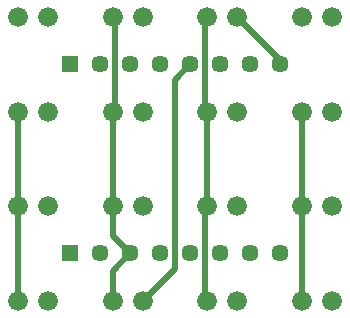
<source format=gbl>
G04 (created by PCBNEW-RS274X (2011-aug-04)-testing) date Thu 14 Mar 2013 05:21:25 PM PDT*
G01*
G70*
G90*
%MOIN*%
G04 Gerber Fmt 3.4, Leading zero omitted, Abs format*
%FSLAX34Y34*%
G04 APERTURE LIST*
%ADD10C,0.006000*%
%ADD11C,0.057000*%
%ADD12R,0.057000X0.057000*%
%ADD13C,0.066000*%
%ADD14C,0.020000*%
G04 APERTURE END LIST*
G54D10*
G54D11*
X23799Y-29449D03*
X24799Y-29449D03*
X25799Y-29449D03*
X26799Y-29449D03*
X27799Y-29449D03*
X28799Y-29449D03*
G54D12*
X22799Y-29449D03*
G54D11*
X29799Y-29449D03*
X23799Y-23150D03*
X24799Y-23150D03*
X25799Y-23150D03*
X26799Y-23150D03*
X27799Y-23150D03*
X28799Y-23150D03*
G54D12*
X22799Y-23150D03*
G54D11*
X29799Y-23150D03*
G54D13*
X21075Y-21575D03*
X22075Y-21575D03*
X24224Y-21575D03*
X25224Y-21575D03*
X27374Y-21575D03*
X28374Y-21575D03*
X30524Y-21575D03*
X31524Y-21575D03*
X21075Y-24724D03*
X22075Y-24724D03*
X24224Y-24724D03*
X25224Y-24724D03*
X27374Y-24724D03*
X28374Y-24724D03*
X30524Y-24724D03*
X31524Y-24724D03*
X21075Y-27874D03*
X22075Y-27874D03*
X24224Y-27874D03*
X25224Y-27874D03*
X27374Y-27874D03*
X28374Y-27874D03*
X30524Y-27874D03*
X31524Y-27874D03*
X21075Y-31024D03*
X22075Y-31024D03*
X24224Y-31024D03*
X25224Y-31024D03*
X27374Y-31024D03*
X28374Y-31024D03*
X30524Y-31024D03*
X31524Y-31024D03*
G54D14*
X30524Y-31024D02*
X30524Y-27874D01*
X30524Y-27874D02*
X30524Y-24724D01*
X26288Y-23661D02*
X26799Y-23150D01*
X26288Y-29960D02*
X26288Y-23661D01*
X25224Y-31024D02*
X26288Y-29960D01*
X21075Y-31024D02*
X21075Y-27874D01*
X21075Y-27874D02*
X21075Y-24724D01*
X24224Y-30024D02*
X24799Y-29449D01*
X24224Y-31024D02*
X24224Y-30024D01*
X24224Y-28874D02*
X24799Y-29449D01*
X24224Y-27874D02*
X24224Y-28874D01*
X24299Y-24649D02*
X24224Y-24724D01*
X24299Y-21650D02*
X24299Y-24649D01*
X24224Y-21575D02*
X24299Y-21650D01*
X24224Y-24724D02*
X24224Y-27874D01*
X27299Y-27949D02*
X27374Y-27874D01*
X27299Y-30949D02*
X27299Y-27949D01*
X27374Y-31024D02*
X27299Y-30949D01*
X27374Y-27874D02*
X27374Y-24724D01*
X27299Y-21650D02*
X27374Y-21575D01*
X27299Y-24649D02*
X27299Y-21650D01*
X27374Y-24724D02*
X27299Y-24649D01*
X29799Y-23000D02*
X29799Y-23150D01*
X28374Y-21575D02*
X29799Y-23000D01*
M02*

</source>
